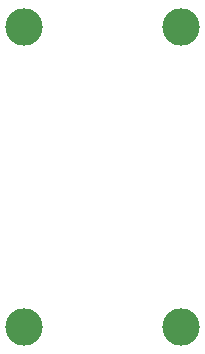
<source format=gbr>
%TF.GenerationSoftware,Novarm,DipTrace,3.3.0.1*%
%TF.CreationDate,2018-11-14T10:23:05-08:00*%
%FSLAX26Y26*%
%MOIN*%
%TF.FileFunction,Soldermask,Bot*%
%TF.Part,Single*%
%ADD22C,0.125*%
G75*
G01*
%LPD*%
D22*
X506200Y1506200D3*
X1031200D3*
X506200Y506200D3*
X1031200D3*
M02*

</source>
